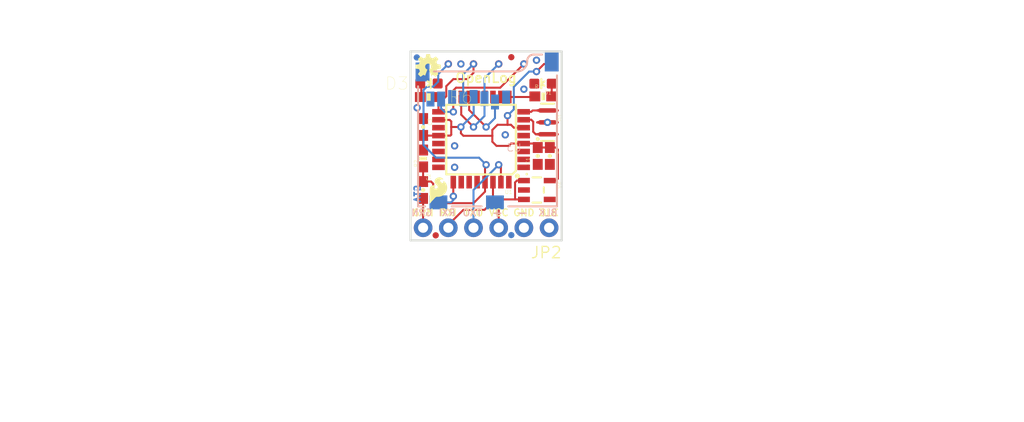
<source format=kicad_pcb>
(kicad_pcb (version 20211014) (generator pcbnew)
  (layers (0 "F.Cu" signal) (31 "B.Cu" signal) (34 "B.Paste" user) (35 "F.Paste" user) (36 "B.SilkS" user "B.Silkscreen") (37 "F.SilkS" user "F.Silkscreen") (38 "B.Mask" user) (39 "F.Mask" user) (44 "Edge.Cuts" user))
  (net 0 "")
  (net 1 "GND")
  (net 2 "SCK")
  (net 3 "MISO")
  (net 4 "MOSI")
  (net 5 "N$7")
  (net 6 "TXO")
  (net 7 "RAW")
  (net 8 "N$1")
  (net 9 "N$2")
  (net 10 "DTR")
  (net 11 "RXI")
  (net 12 "RST")
  (net 13 "N$3")
  (net 14 "CS")
  (net 15 "N$4")
  (net 16 "CD")
  (net 17 "3.3V")
  (footprint "boardEagle:0603-RES" (layer "F.Cu") (at 142.1511 106.2736 90)
    (fp_text reference "R2" (at -0.889 -0.6985 90) (layer "F.SilkS") (effects (font (size 0.376489 0.376489) (thickness 0.029911)) (justify left)))
    (fp_text value "10K")
    (fp_poly (pts (xy -0.1905 0.381) (xy 0.1905 0.381) (xy 0.1905 -0.381) (xy -0.1905 -0.381)) (layer "F.SilkS") (width 0) (fill solid))
    (pad "1" smd rect (at -0.85 0 90) (size 1.1 1) (layers "F.Cu" "F.Paste" "F.Mask") (net 12 "RST"))
    (pad "2" smd rect (at 0.85 0 90) (size 1.1 1) (layers "F.Cu" "F.Paste" "F.Mask") (net 17 "3.3V"))
  )
  (footprint "boardEagle:0603-CAP" (layer "F.Cu") (at 142.1511 103.0986 -90)
    (fp_text reference "C3" (at -0.889 -0.6985 90) (layer "F.SilkS") (effects (font (size 0.376489 0.376489) (thickness 0.029911)) (justify right)))
    (fp_text value "0.1uF")
    (fp_line (start 0 -0.02794) (end 0 0.02794) (layer "F.SilkS") (width 0.381))
    (pad "1" smd rect (at -0.85 0 270) (size 1.1 1) (layers "F.Cu" "F.Paste" "F.Mask") (net 1 "GND"))
    (pad "2" smd rect (at 0.85 0 270) (size 1.1 1) (layers "F.Cu" "F.Paste" "F.Mask") (net 17 "3.3V"))
  )
  (footprint "boardEagle:TQFP32-08" (layer "F.Cu") (at 147.9931 104.3686 180)
    (fp_text reference "U1" (at -3.175 -5.08 180) (layer "F.SilkS") (effects (font (size 0.373888 0.373888) (thickness 0.032512)) (justify right top)))
    (fp_text value "ATMEGA328P_TQFP")
    (fp_line (start -3.505 3.505) (end -3.505 -3.15) (layer "F.SilkS") (width 0.2032))
    (fp_line (start -3.15 -3.505) (end 3.505 -3.505) (layer "F.SilkS") (width 0.2032))
    (fp_line (start 3.505 -3.505) (end 3.505 3.505) (layer "F.SilkS") (width 0.2032))
    (fp_line (start -3.15 -3.505) (end -3.505 -3.15) (layer "F.SilkS") (width 0.2032))
    (fp_line (start 3.505 3.505) (end -3.505 3.505) (layer "F.SilkS") (width 0.2032))
    (fp_circle (center -3.6576 -3.683) (end -3.5052 -3.683) (layer "F.SilkS") (width 0.2032) (fill none))
    (pad "1" smd rect (at -4.2926 -2.8 180) (size 1.27 0.5588) (layers "F.Cu" "F.Paste" "F.Mask"))
    (pad "2" smd rect (at -4.2926 -2 180) (size 1.27 0.5588) (layers "F.Cu" "F.Paste" "F.Mask"))
    (pad "3" smd rect (at -4.2926 -1.2 180) (size 1.27 0.5588) (layers "F.Cu" "F.Paste" "F.Mask") (net 1 "GND"))
    (pad "4" smd rect (at -4.2926 -0.4 180) (size 1.27 0.5588) (layers "F.Cu" "F.Paste" "F.Mask") (net 17 "3.3V"))
    (pad "5" smd rect (at -4.2926 0.4 180) (size 1.27 0.5588) (layers "F.Cu" "F.Paste" "F.Mask") (net 1 "GND"))
    (pad "6" smd rect (at -4.2926 1.2 180) (size 1.27 0.5588) (layers "F.Cu" "F.Paste" "F.Mask") (net 17 "3.3V"))
    (pad "7" smd rect (at -4.2926 2 180) (size 1.27 0.5588) (layers "F.Cu" "F.Paste" "F.Mask") (net 9 "N$2"))
    (pad "8" smd rect (at -4.2926 2.8 180) (size 1.27 0.5588) (layers "F.Cu" "F.Paste" "F.Mask") (net 8 "N$1"))
    (pad "9" smd rect (at -2.8 4.2926 180) (size 0.5588 1.27) (layers "F.Cu" "F.Paste" "F.Mask") (net 15 "N$4"))
    (pad "10" smd rect (at -2 4.2926 180) (size 0.5588 1.27) (layers "F.Cu" "F.Paste" "F.Mask"))
    (pad "11" smd rect (at -1.2 4.2926 180) (size 0.5588 1.27) (layers "F.Cu" "F.Paste" "F.Mask"))
    (pad "12" smd rect (at -0.4 4.2926 180) (size 0.5588 1.27) (layers "F.Cu" "F.Paste" "F.Mask"))
    (pad "13" smd rect (at 0.4 4.2926 180) (size 0.5588 1.27) (layers "F.Cu" "F.Paste" "F.Mask"))
    (pad "14" smd rect (at 1.2 4.2926 180) (size 0.5588 1.27) (layers "F.Cu" "F.Paste" "F.Mask") (net 14 "CS"))
    (pad "15" smd rect (at 2 4.2926 180) (size 0.5588 1.27) (layers "F.Cu" "F.Paste" "F.Mask") (net 4 "MOSI"))
    (pad "16" smd rect (at 2.8 4.2926 180) (size 0.5588 1.27) (layers "F.Cu" "F.Paste" "F.Mask") (net 3 "MISO"))
    (pad "17" smd rect (at 4.2926 2.8 180) (size 1.27 0.5588) (layers "F.Cu" "F.Paste" "F.Mask") (net 2 "SCK"))
    (pad "18" smd rect (at 4.2926 2 180) (size 1.27 0.5588) (layers "F.Cu" "F.Paste" "F.Mask") (net 17 "3.3V"))
    (pad "19" smd rect (at 4.2926 1.2 180) (size 1.27 0.5588) (layers "F.Cu" "F.Paste" "F.Mask"))
    (pad "20" smd rect (at 4.2926 0.4 180) (size 1.27 0.5588) (layers "F.Cu" "F.Paste" "F.Mask") (net 17 "3.3V"))
    (pad "21" smd rect (at 4.2926 -0.4 180) (size 1.27 0.5588) (layers "F.Cu" "F.Paste" "F.Mask") (net 1 "GND"))
    (pad "22" smd rect (at 4.2926 -1.2 180) (size 1.27 0.5588) (layers "F.Cu" "F.Paste" "F.Mask"))
    (pad "23" smd rect (at 4.2926 -2 180) (size 1.27 0.5588) (layers "F.Cu" "F.Paste" "F.Mask"))
    (pad "24" smd rect (at 4.2926 -2.8 180) (size 1.27 0.5588) (layers "F.Cu" "F.Paste" "F.Mask"))
    (pad "25" smd rect (at 2.8 -4.2926 180) (size 0.5588 1.27) (layers "F.Cu" "F.Paste" "F.Mask") (net 16 "CD"))
    (pad "26" smd rect (at 2 -4.2926 180) (size 0.5588 1.27) (layers "F.Cu" "F.Paste" "F.Mask"))
    (pad "27" smd rect (at 1.2 -4.2926 180) (size 0.5588 1.27) (layers "F.Cu" "F.Paste" "F.Mask"))
    (pad "28" smd rect (at 0.4 -4.2926 180) (size 0.5588 1.27) (layers "F.Cu" "F.Paste" "F.Mask"))
    (pad "29" smd rect (at -0.4 -4.2926 180) (size 0.5588 1.27) (layers "F.Cu" "F.Paste" "F.Mask") (net 12 "RST"))
    (pad "30" smd rect (at -1.2 -4.2926 180) (size 0.5588 1.27) (layers "F.Cu" "F.Paste" "F.Mask") (net 11 "RXI"))
    (pad "31" smd rect (at -2 -4.2926 180) (size 0.5588 1.27) (layers "F.Cu" "F.Paste" "F.Mask") (net 6 "TXO"))
    (pad "32" smd rect (at -2.8 -4.2926 180) (size 0.5588 1.27) (layers "F.Cu" "F.Paste" "F.Mask"))
  )
  (footprint "boardEagle:PAD.03X.03" (layer "F.Cu") (at 152.3111 96.7486 -90)
    (fp_text reference "TP2" hide)
    (fp_text value "TEST-POINT3" hide)
    (pad "P$1" smd roundrect (at 0 0 270) (size 0.762 0.762) (layers "F.Cu" "F.Mask") (roundrect_rratio 0.5) (net 3 "MISO"))
  )
  (footprint "boardEagle:SOT23-5" (layer "F.Cu") (at 153.614121 109.451141 -90)
    (fp_text reference "U2" (at -0.889 -2.159 90) (layer "F.SilkS") (effects (font (size 0.376489 0.376489) (thickness 0.029911)) (justify right)))
    (fp_text value "3.3V MIC5205")
    (fp_line (start -0.2684 -0.7088) (end 0.2684 -0.7088) (layer "F.SilkS") (width 0.2032))
    (fp_line (start 1.27 -0.4294) (end 1.27 0.4294) (layer "F.SilkS") (width 0.2032))
    (fp_line (start -1.27 0.4294) (end -1.27 -0.4294) (layer "F.SilkS") (width 0.2032))
    (fp_circle (center -1.6002 1.016) (end -1.5367 1.016) (layer "F.SilkS") (width 0.127) (fill solid))
    (pad "1" smd rect (at -0.95 1.3001 270) (size 0.55 1.2) (layers "F.Cu" "F.Paste" "F.Mask") (net 7 "RAW"))
    (pad "2" smd rect (at 0 1.3001 270) (size 0.55 1.2) (layers "F.Cu" "F.Paste" "F.Mask") (net 1 "GND"))
    (pad "3" smd rect (at 0.95 1.3001 270) (size 0.55 1.2) (layers "F.Cu" "F.Paste" "F.Mask") (net 7 "RAW"))
    (pad "4" smd rect (at 0.95 -1.3001 270) (size 0.55 1.2) (layers "F.Cu" "F.Paste" "F.Mask"))
    (pad "5" smd rect (at -0.95 -1.3001 270) (size 0.55 1.2) (layers "F.Cu" "F.Paste" "F.Mask") (net 17 "3.3V"))
  )
  (footprint "boardEagle:0603-POL" (layer "F.Cu") (at 153.7081 106.0196 90)
    (fp_text reference "C1" (at -0.889 -0.762 90) (layer "F.SilkS") (effects (font (size 0.373888 0.373888) (thickness 0.032512)) (justify left bottom)))
    (fp_text value "10uF")
    (fp_line (start 0 -0.02794) (end 0 0.02794) (layer "F.SilkS") (width 0.381))
    (fp_circle (center 1.7 0) (end 1.75 0) (layer "F.SilkS") (width 0.15) (fill none))
    (pad "A" smd rect (at 0.85 0 90) (size 1.1 1) (layers "F.Cu" "F.Paste" "F.Mask") (net 17 "3.3V"))
    (pad "K" smd rect (at -0.85 0 90) (size 1.1 1) (layers "F.Cu" "F.Paste" "F.Mask") (net 1 "GND"))
  )
  (footprint "boardEagle:0603-CAP" (layer "F.Cu") (at 154.9273 106.0196 -90)
    (fp_text reference "C4" (at -0.889 -0.6985 90) (layer "F.SilkS") (effects (font (size 0.376489 0.376489) (thickness 0.029911)) (justify right)))
    (fp_text value "0.1uF")
    (fp_line (start 0 -0.02794) (end 0 0.02794) (layer "F.SilkS") (width 0.381))
    (pad "1" smd rect (at -0.85 0 270) (size 1.1 1) (layers "F.Cu" "F.Paste" "F.Mask") (net 17 "3.3V"))
    (pad "2" smd rect (at 0.85 0 270) (size 1.1 1) (layers "F.Cu" "F.Paste" "F.Mask") (net 1 "GND"))
  )
  (footprint "boardEagle:0603-RES" (layer "F.Cu") (at 142.72514 100.078538 180)
    (fp_text reference "R6" (at -2 0) (layer "F.SilkS") (effects (font (size 1.240089 1.240089) (thickness 0.029911)) (justify left)))
    (fp_text value "330")
    (fp_poly (pts (xy -0.1905 0.381) (xy 0.1905 0.381) (xy 0.1905 -0.381) (xy -0.1905 -0.381)) (layer "F.SilkS") (width 0) (fill solid))
    (pad "1" smd rect (at -0.85 0 180) (size 1.1 1) (layers "F.Cu" "F.Paste" "F.Mask") (net 2 "SCK"))
    (pad "2" smd rect (at 0.85 0 180) (size 1.1 1) (layers "F.Cu" "F.Paste" "F.Mask") (net 5 "N$7"))
  )
  (footprint "boardEagle:MICRO-FIDUCIAL" (layer "F.Cu") (at 151.0411 96.0628)
    (fp_text reference "FID1" hide)
    (fp_text value "FIDUCIALUFIDUCIAL" hide)
    (pad "1" smd roundrect (at 0 0) (size 0.635 0.635) (layers "F.Cu" "F.Mask") (roundrect_rratio 0.5))
  )
  (footprint "boardEagle:0603-RES" (layer "F.Cu") (at 154.264356 100.015047)
    (fp_text reference "R1" (at -0.889 -0.762) (layer "F.SilkS") (effects (font (size 0.373888 0.373888) (thickness 0.032512)) (justify left bottom)))
    (fp_text value "1K")
    (fp_poly (pts (xy -0.1905 0.381) (xy 0.1905 0.381) (xy 0.1905 -0.381) (xy -0.1905 -0.381)) (layer "F.SilkS") (width 0) (fill solid))
    (pad "1" smd rect (at -0.85 0) (size 1.1 1) (layers "F.Cu" "F.Paste" "F.Mask") (net 15 "N$4"))
    (pad "2" smd rect (at 0.85 0) (size 1.1 1) (layers "F.Cu" "F.Paste" "F.Mask") (net 13 "N$3"))
  )
  (footprint "boardEagle:1X06_NO_SILK" (layer "F.Cu") (at 154.8511 113.2586 180)
    (fp_text reference "JP2" (at -1.3462 -1.8288 180) (layer "F.SilkS") (effects (font (size 1.143 1.143) (thickness 0.127)) (justify right top)))
    (fp_text value "")
    (pad "1" thru_hole circle (at 0 0 270) (size 1.8796 1.8796) (drill 1.016) (layers *.Cu *.Mask) (net 1 "GND"))
    (pad "2" thru_hole circle (at 2.54 0 270) (size 1.8796 1.8796) (drill 1.016) (layers *.Cu *.Mask) (net 1 "GND"))
    (pad "3" thru_hole circle (at 5.08 0 270) (size 1.8796 1.8796) (drill 1.016) (layers *.Cu *.Mask) (net 7 "RAW"))
    (pad "4" thru_hole circle (at 7.62 0 270) (size 1.8796 1.8796) (drill 1.016) (layers *.Cu *.Mask) (net 6 "TXO"))
    (pad "5" thru_hole circle (at 10.16 0 270) (size 1.8796 1.8796) (drill 1.016) (layers *.Cu *.Mask) (net 11 "RXI"))
    (pad "6" thru_hole circle (at 12.7 0 270) (size 1.8796 1.8796) (drill 1.016) (layers *.Cu *.Mask) (net 10 "DTR"))
  )
  (footprint "boardEagle:LED-0603" (layer "F.Cu") (at 142.742918 98.71456 -90)
    (fp_text reference "D3" (at 0 1.999999) (layer "F.SilkS") (effects (font (size 1.240089 1.240089) (thickness 0.029911)) (justify right)))
    (fp_text value "GREEN")
    (fp_line (start -0.0254 -0.1546) (end -0.2184 0.14) (layer "F.SilkS") (width 0.2032))
    (fp_line (start -0.46 -0.17) (end 0 -0.17) (layer "F.SilkS") (width 0.2032))
    (fp_line (start 0 -0.17) (end 0.2338 0.14) (layer "F.SilkS") (width 0.2032))
    (fp_line (start 0.46 -0.17) (end 0 -0.17) (layer "F.SilkS") (width 0.2032))
    (pad "A" smd roundrect (at 0 0.877 270) (size 1 1) (layers "F.Cu" "F.Paste" "F.Mask") (roundrect_rratio 0.15) (net 5 "N$7"))
    (pad "C" smd roundrect (at 0 -0.877 270) (size 1 1) (layers "F.Cu" "F.Paste" "F.Mask") (roundrect_rratio 0.15) (net 1 "GND"))
  )
  (footprint "boardEagle:PAD.03X.03" (layer "F.Cu") (at 147.2311 96.7486 -90)
    (fp_text reference "TP4" hide)
    (fp_text value "TEST-POINT3" hide)
    (pad "P$1" smd roundrect (at 0 0 270) (size 0.762 0.762) (layers "F.Cu" "F.Mask") (roundrect_rratio 0.5) (net 2 "SCK"))
  )
  (footprint "boardEagle:CREATIVE_COMMONS" (layer "F.Cu") (at 119.818979 129.7686)
    (fp_text reference "FRAME1" hide)
    (fp_text value "FRAME-LETTER" hide)
  )
  (footprint "boardEagle:PAD.03X.03" (layer "F.Cu") (at 144.6911 96.7486 -90)
    (fp_text reference "TP5" hide)
    (fp_text value "TEST-POINT3" hide)
    (pad "P$1" smd roundrect (at 0 0 270) (size 0.762 0.762) (layers "F.Cu" "F.Mask") (roundrect_rratio 0.5) (net 12 "RST"))
  )
  (footprint "boardEagle:0603-CAP" (layer "F.Cu") (at 142.1511 109.4486 -90)
    (fp_text reference "C2" (at -0.889 -0.762 -90) (layer "F.SilkS") (effects (font (size 0.373888 0.373888) (thickness 0.032512)) (justify left bottom)))
    (fp_text value "0.1uF")
    (fp_line (start 0 -0.02794) (end 0 0.02794) (layer "F.SilkS") (width 0.381))
    (pad "1" smd rect (at -0.85 0 270) (size 1.1 1) (layers "F.Cu" "F.Paste" "F.Mask") (net 12 "RST"))
    (pad "2" smd rect (at 0.85 0 270) (size 1.1 1) (layers "F.Cu" "F.Paste" "F.Mask") (net 10 "DTR"))
  )
  (footprint "boardEagle:LED-0603" (layer "F.Cu") (at 154.241496 98.7298 90)
    (fp_text reference "D1" (at -0.6985 0.889 180) (layer "F.SilkS") (effects (font (size 0.373888 0.373888) (thickness 0.032512)) (justify right top)))
    (fp_text value "BLUE")
    (fp_line (start 0 -0.17) (end 0.2338 0.14) (layer "F.SilkS") (width 0.2032))
    (fp_line (start -0.0254 -0.1546) (end -0.2184 0.14) (layer "F.SilkS") (width 0.2032))
    (fp_line (start -0.46 -0.17) (end 0 -0.17) (layer "F.SilkS") (width 0.2032))
    (fp_line (start 0.46 -0.17) (end 0 -0.17) (layer "F.SilkS") (width 0.2032))
    (pad "A" smd roundrect (at 0 0.877 90) (size 1 1) (layers "F.Cu" "F.Paste" "F.Mask") (roundrect_rratio 0.15) (net 13 "N$3"))
    (pad "C" smd roundrect (at 0 -0.877 90) (size 1 1) (layers "F.Cu" "F.Paste" "F.Mask") (roundrect_rratio 0.15) (net 1 "GND"))
  )
  (footprint "boardEagle:RESONATOR-SMD" (layer "F.Cu") (at 154.68854 102.633782 -90)
    (fp_text reference "Q1" (at -0.8891 -1.27 90) (layer "F.SilkS") (effects (font (size 0.376489 0.376489) (thickness 0.029911)) (justify right)))
    (fp_text value "16MHZ")
    (fp_line (start 0 0) (end 0 1.016) (layer "F.Cu") (width 0.254))
    (fp_line (start -1.2 0) (end -1.2 -1.016) (layer "F.Cu") (width 0.254))
    (fp_line (start 0 0) (end 0 -1.016) (layer "F.Cu") (width 0.254))
    (fp_line (start -1.2 1.016) (end -1.2 0) (layer "F.Cu") (width 0.254))
    (fp_line (start 1.2 0) (end 1.2 -1.016) (layer "F.Cu") (width 0.254))
    (fp_line (start 1.2 0) (end 1.2 1.016) (layer "F.Cu") (width 0.254))
    (fp_line (start -1.87874 0.63984) (end -1.87874 -0.660159) (layer "F.SilkS") (width 0.2032))
    (fp_line (start 1.871118 -0.660159) (end 1.871118 0.63984) (layer "F.SilkS") (width 0.2032))
    (pad "1" smd roundrect (at -1.2 0 270) (size 0.45 1.905) (layers "F.Cu" "F.Paste" "F.Mask") (roundrect_rratio 0.5) (net 8 "N$1"))
    (pad "2" smd roundrect (at 0 0 270) (size 0.45 1.905) (layers "F.Cu" "F.Paste" "F.Mask") (roundrect_rratio 0.5) (net 1 "GND"))
    (pad "3" smd roundrect (at 1.2 0 270) (size 0.45 1.905) (layers "F.Cu" "F.Paste" "F.Mask") (roundrect_rratio 0.5) (net 9 "N$2"))
  )
  (footprint "boardEagle:MICRO-FIDUCIAL" (layer "F.Cu") (at 143.4211 114.0206)
    (fp_text reference "FID2" hide)
    (fp_text value "FIDUCIALUFIDUCIAL" hide)
    (pad "1" smd roundrect (at 0 0) (size 0.635 0.635) (layers "F.Cu" "F.Mask") (roundrect_rratio 0.5))
  )
  (footprint "boardEagle:PAD.03X.03" (layer "F.Cu") (at 154.8511 96.7486)
    (fp_text reference "TP1" hide)
    (fp_text value "TEST-POINT3" hide)
    (pad "P$1" smd roundrect (at 0 0) (size 0.762 0.762) (layers "F.Cu" "F.Mask") (roundrect_rratio 0.5) (net 17 "3.3V"))
  )
  (footprint "boardEagle:PAD.03X.03" (layer "F.Cu") (at 149.7711 96.7486 -90)
    (fp_text reference "TP3" hide)
    (fp_text value "TEST-POINT3" hide)
    (pad "P$1" smd roundrect (at 0 0 270) (size 0.762 0.762) (layers "F.Cu" "F.Mask") (roundrect_rratio 0.5) (net 4 "MOSI"))
  )
  (footprint "boardEagle:SFE_LOGO_FLAME_.1" (layer "F.Cu") (at 142.5321 111.0996)
    (fp_text reference "LOGO1" hide)
    (fp_text value "SFE_LOGO_FLAME.1_INCH" hide)
    (fp_poly (pts (xy 1.412844 -2.906175) (xy 1.560112 -2.832541) (xy 1.605026 -2.798855) (xy 1.681982 -2.7219) (xy 1.571006 -2.7219) (xy 1.551005 -2.7319) (xy 1.504689 -2.7319) (xy 1.468361 -2.722818) (xy 1.422477 -2.713641) (xy 1.39011 -2.697457) (xy 1.358081 -2.673436) (xy 1.343019 -2.650843) (xy 1.335288 -2.635381) (xy 1.3281 -2.613817) (xy 1.3281 -2.564689) (xy 1.335361 -2.535643) (xy 1.369607 -2.484275) (xy 1.425028 -2.428854) (xy 1.462016 -2.401113) (xy 1.489157 -2.383019) (xy 1.523301 -2.365947) (xy 1.594689 -2.3481) (xy 1.613817 -2.3481) (xy 1.629419 -2.353301) (xy 1.648687 -2.372569) (xy 1.654712 -2.384619) (xy 1.6619 -2.406183) (xy 1.6619 -2.558742) (xy 1.804838 -2.469406) (xy 1.890505 -2.373031) (xy 1.964662 -2.256498) (xy 2.016968 -2.099579) (xy 2.048309 -1.932428) (xy 2.037811 -1.753974) (xy 1.985628 -1.555678) (xy 1.881878 -1.368928) (xy 1.808618 -1.274737) (xy 1.726044 -1.192162) (xy 1.642524 -1.119083) (xy 1.536984 -1.055759) (xy 1.432127 -1.013816) (xy 1.318165 -0.982735) (xy 1.193153 -0.9619) (xy 1.003156 -0.9619) (xy 0.953397 -0.953607) (xy 0.863627 -0.899745) (xy 0.767974 -0.804092) (xy 0.647975 -0.664094) (xy 0.528159 -0.544277) (xy 0.478163 -0.484281) (xy 0.430255 -0.436373) (xy 0.400257 -0.386376) (xy 0.2819 -0.268018) (xy 0.2819 -1.732372) (xy 0.292559 -1.817641) (xy 0.314746 -1.895296) (xy 0.380852 -2.005474) (xy 0.436664 -2.050123) (xy 0.481171 -2.083503) (xy 0.539098 -2.106674) (xy 0.59313 -2.117481) (xy 0.656847 -2.1281) (xy 0.788994 -2.1281) (xy 0.884319 -2.080438) (xy 0.832569 -2.028687) (xy 0.784617 -2.004711) (xy 0.760581 -1.996699) (xy 0.713301 -1.949419) (xy 0.7081 -1.933817) (xy 0.7081 -1.906183) (xy 0.714532 -1.886888) (xy 0.729607 -1.864275) (xy 0.781412 -1.81247) (xy 0.820903 -1.796674) (xy 0.863772 -1.7881) (xy 0.935311 -1.7881) (xy 1.004357 -1.805361) (xy 1.053944 -1.83842) (xy 1.086004 -1.878495) (xy 1.1019 -1.926183) (xy 1.1019 -1.983091) (xy 1.077224 -2.048894) (xy 1.012268 -2.113851) (xy 0.931425 -2.204799) (xy 0.858661 -2.287958) (xy 0.804008 -2.386334) (xy 0.7819 -2.485818) (xy 0.7819 -2.576183) (xy 0.815289 -2.676349) (xy 0.871274 -2.765925) (xy 0.969046 -2.84197) (xy 1.087145 -2.906387) (xy 1.206565 -2.9281) (xy 1.314182 -2.9281)) (layer "F.SilkS") (width 0) (fill solid))
  )
  (footprint "boardEagle:OSHW-LOGO-MINI" (layer "F.Cu") (at 142.6591 97.0026)
    (fp_text reference "LOGO2" hide)
    (fp_text value "OSHW-LOGOMINI" hide)
    (fp_poly (pts (xy 0.248928 -0.903689) (xy 0.26557 -0.895368) (xy 0.275571 -0.895368) (xy 0.29557 -0.885368) (xy 0.305571 -0.885368) (xy 0.32557 -0.875368) (xy 0.35234 -0.875368) (xy 0.36911 -0.858598) (xy 0.37557 -0.855368) (xy 0.385571 -0.855368) (xy 0.41911 -0.838598) (xy 0.42911 -0.828598) (xy 0.43557 -0.825368) (xy 0.445571 -0.825368) (xy 0.467713 -0.814296) (xy 0.760503 -1.01622) (xy 1.036814 -0.751922) (xy 0.823853 -0.457832) (xy 0.82783 -0.449878) (xy 0.8446 -0.433108) (xy 0.8446 -0.413108) (xy 0.84783 -0.409878) (xy 0.85783 -0.389878) (xy 0.8746 -0.373108) (xy 0.8746 -0.353108) (xy 0.8846 -0.343108) (xy 0.8846 -0.316338) (xy 0.88783 -0.309878) (xy 0.9046 -0.293108) (xy 0.9046 -0.273108) (xy 0.9146 -0.263108) (xy 0.9146 -0.239559) (xy 1.2746 -0.179559) (xy 1.2746 0.204671) (xy 0.9146 0.266386) (xy 0.9146 0.271602) (xy 0.9046 0.291601) (xy 0.9046 0.301602) (xy 0.8946 0.321601) (xy 0.8946 0.331602) (xy 0.8746 0.371601) (xy 0.8746 0.381602) (xy 0.85783 0.415141) (xy 0.84783 0.425141) (xy 0.8446 0.431601) (xy 0.8446 0.441602) (xy 0.82783 0.475141) (xy 0.822489 0.480482) (xy 1.036774 0.766197) (xy 0.761086 1.041885) (xy 0.465167 0.837804) (xy 0.45234 0.850631) (xy 0.44234 0.850631) (xy 0.43234 0.860631) (xy 0.41234 0.860631) (xy 0.40234 0.870631) (xy 0.39234 0.870631) (xy 0.38234 0.880631) (xy 0.37234 0.880631) (xy 0.3646 0.888371) (xy 0.3646 1.074642) (xy 0.079132 0.303879) (xy 0.16409 0.261401) (xy 0.18409 0.241401) (xy 0.20409 0.231401) (xy 0.23537 0.200121) (xy 0.24537 0.180121) (xy 0.26537 0.160121) (xy 0.271403 0.148055) (xy 0.281404 0.118052) (xy 0.2886 0.103661) (xy 0.2886 0.086464) (xy 0.2986 0.056464) (xy 0.2986 -0.021201) (xy 0.2886 -0.051201) (xy 0.2886 -0.075862) (xy 0.272159 -0.100524) (xy 0.262159 -0.130523) (xy 0.227068 -0.18316) (xy 0.192392 -0.217836) (xy 0.139755 -0.252927) (xy 0.109756 -0.262927) (xy 0.085094 -0.279368) (xy 0.060433 -0.279368) (xy 0.030433 -0.289368) (xy -0.028724 -0.289368) (xy -0.068722 -0.279368) (xy -0.091894 -0.279368) (xy -0.116556 -0.262927) (xy -0.146555 -0.252927) (xy -0.169192 -0.237836) (xy -0.189191 -0.217837) (xy -0.219192 -0.197836) (xy -0.233868 -0.18316) (xy -0.268959 -0.130523) (xy -0.3054 -0.021201) (xy -0.3054 0.026464) (xy -0.2954 0.056464) (xy -0.2954 0.083661) (xy -0.278204 0.118052) (xy -0.268203 0.148055) (xy -0.25217 0.180121) (xy -0.23217 0.200121) (xy -0.22217 0.220121) (xy -0.21089 0.231401) (xy -0.19089 0.241401) (xy -0.17089 0.261401) (xy -0.138824 0.277434) (xy -0.074125 0.299) (xy -0.308354 0.931417) (xy -0.34914 0.890631) (xy -0.36914 0.890631) (xy -0.37914 0.880631) (xy -0.38914 0.880631) (xy -0.39914 0.870631) (xy -0.40914 0.870631) (xy -0.41914 0.860631) (xy -0.42914 0.860631) (xy -0.43914 0.850631) (xy -0.44914 0.850631) (xy -0.45914 0.840631) (xy -0.46914 0.840631) (xy -0.471967 0.837804) (xy -0.76848 1.042295) (xy -1.032615 0.766154) (xy -0.82762 0.479161) (xy -0.8314 0.471602) (xy -0.8314 0.461601) (xy -0.83463 0.455141) (xy -0.84463 0.445141) (xy -0.85463 0.425141) (xy -0.8714 0.408371) (xy -0.8714 0.388371) (xy -0.8814 0.378371) (xy -0.8814 0.351601) (xy -0.88463 0.345141) (xy -0.9014 0.328371) (xy -0.9014 0.308371) (xy -0.9114 0.298371) (xy -0.9114 0.271601) (xy -0.914252 0.265897) (xy -1.2714 0.204671) (xy -1.2714 -0.179408) (xy -0.919721 -0.239696) (xy -0.9114 -0.256338) (xy -0.9114 -0.266339) (xy -0.9014 -0.286338) (xy -0.9014 -0.296339) (xy -0.8814 -0.336338) (xy -0.8814 -0.346339) (xy -0.86463 -0.379878) (xy -0.8614 -0.383108) (xy -0.8614 -0.403108) (xy -0.84463 -0.419878) (xy -0.83463 -0.439878) (xy -0.8314 -0.443108) (xy -0.8314 -0.460035) (xy -1.032654 -0.751854) (xy -0.767886 -1.016622) (xy -0.471967 -0.812541) (xy -0.45914 -0.825368) (xy -0.43914 -0.825368) (xy -0.43591 -0.828598) (xy -0.41591 -0.838598) (xy -0.39914 -0.855368) (xy -0.37914 -0.855368) (xy -0.37591 -0.858598) (xy -0.342371 -0.875368) (xy -0.33237 -0.875368) (xy -0.312371 -0.885368) (xy -0.29914 -0.885368) (xy -0.28914 -0.895368) (xy -0.26237 -0.895368) (xy -0.256666 -0.89822) (xy -0.19544 -1.255368) (xy 0.18864 -1.255368)) (layer "F.SilkS") (width 0) (fill solid))
  )
  (footprint "boardEagle:MICROSD_1_1" (layer "B.Cu") (at 155.6131 111.0996 180)
    (fp_text reference "U3" (at 5.08 6.35) (layer "B.SilkS") (effects (font (size 0.747776 0.747776) (thickness 0.065024)) (justify right top mirror)))
    (fp_text value "microSD Socket")
    (fp_line (start 13.97 12.1) (end 13.97 0) (layer "B.SilkS") (width 0.2032))
    (fp_line (start 10.57 0) (end 7.57 0) (layer "B.SilkS") (width 0.2032))
    (fp_line (start -0.03 0) (end 4.87 0) (layer "B.SilkS") (width 0.2032))
    (fp_line (start -0.03 0) (end -0.03 13.2) (layer "B.SilkS") (width 0.2032))
    (fp_line (start 2.27 15.3) (end 1.47 15.3) (layer "B.SilkS") (width 0.2032))
    (fp_line (start 3.97 13.6) (end 12.37 13.6) (layer "B.SilkS") (width 0.2032))
    (fp_line (start 13.97 0) (end 13.27 0) (layer "B.SilkS") (width 0.2032))
    (fp_arc (start 2.97 14.6) (mid 3.269999 13.9) (end 3.969998 13.6) (layer "B.SilkS") (width 0.2032))
    (fp_arc (start 2.97 14.6) (mid 2.780977 15.110977) (end 2.27 15.3) (layer "B.SilkS") (width 0.2032))
    (pad "1" smd rect (at 5.095784 10.919203 180) (size 0.8 1.5) (layers "B.Cu" "B.Paste" "B.Mask"))
    (pad "2" smd rect (at 6.217631 10.519456 180) (size 0.8 1.5) (layers "B.Cu" "B.Paste" "B.Mask") (net 14 "CS"))
    (pad "3" smd rect (at 7.273687 10.853415 180) (size 0.8 1.5) (layers "B.Cu" "B.Paste" "B.Mask") (net 4 "MOSI"))
    (pad "4" smd rect (at 8.366575 10.982296 180) (size 0.8 1.5) (layers "B.Cu" "B.Paste" "B.Mask") (net 17 "3.3V"))
    (pad "5" smd rect (at 9.420856 10.828015 180) (size 0.8 1.5) (layers "B.Cu" "B.Paste" "B.Mask") (net 2 "SCK"))
    (pad "6" smd rect (at 10.539143 10.973153 180) (size 0.8 1.5) (layers "B.Cu" "B.Paste" "B.Mask") (net 1 "GND"))
    (pad "7" smd rect (at 11.648287 10.818871 180) (size 0.8 1.5) (layers "B.Cu" "B.Paste" "B.Mask") (net 3 "MISO"))
    (pad "8" smd rect (at 12.720856 10.818871 180) (size 0.8 1.5) (layers "B.Cu" "B.Paste" "B.Mask"))
    (pad "CD1" smd rect (at 11.92 0.4 180) (size 1.8 1.4) (layers "B.Cu" "B.Paste" "B.Mask") (net 16 "CD"))
    (pad "CD2" smd rect (at 6.22 0.4 180) (size 1.8 1.4) (layers "B.Cu" "B.Paste" "B.Mask"))
    (pad "GND1" smd rect (at 0.497 14.55 180) (size 1.4 1.9) (layers "B.Cu" "B.Paste" "B.Mask") (net 1 "GND"))
    (pad "GND3" smd rect (at 13.52 13.55 180) (size 1.4 1.9) (layers "B.Cu" "B.Paste" "B.Mask") (net 1 "GND"))
  )
  (footprint "boardEagle:MICRO-FIDUCIAL" (layer "B.Cu") (at 151.0411 113.9952 180)
    (fp_text reference "FID3" hide)
    (fp_text value "FIDUCIALUFIDUCIAL" hide)
    (pad "1" smd roundrect (at 0 0 180) (size 0.635 0.635) (layers "B.Cu" "B.Mask") (roundrect_rratio 0.5))
  )
  (footprint "boardEagle:MICRO-FIDUCIAL" (layer "B.Cu") (at 141.5161 96.0882 180)
    (fp_text reference "FID4" hide)
    (fp_text value "FIDUCIALUFIDUCIAL" hide)
    (pad "1" smd roundrect (at 0 0 180) (size 0.635 0.635) (layers "B.Cu" "B.Mask") (roundrect_rratio 0.5))
  )
  (gr_line (start 140.8811 95.4786) (end 140.8811 114.5286) (layer "Edge.Cuts") (width 0.2032))
  (gr_line (start 156.1211 114.5286) (end 156.1211 95.4786) (layer "Edge.Cuts") (width 0.2032))
  (gr_line (start 156.1211 95.4786) (end 140.8811 95.4786) (layer "Edge.Cuts") (width 0.2032))
  (gr_line (start 140.8811 114.5286) (end 156.1211 114.5286) (layer "Edge.Cuts") (width 0.2032))
  (gr_text "V15" (at 141.5161 109.8296 -90) (layer "B.Cu") (effects (font (size 0.6096 0.6096) (thickness 0.2032)) (justify mirror)))
  (gr_text "BLK" (at 154.7241 111.7346) (layer "B.SilkS") (effects (font (size 0.69088 0.69088) (thickness 0.12192)) (justify mirror)))
  (gr_text "GRN" (at 142.0241 111.7346) (layer "B.SilkS") (effects (font (size 0.69088 0.69088) (thickness 0.12192)) (justify mirror)))
  (gr_text "-" (at 152.1841 111.7346) (layer "B.SilkS") (effects (font (size 0.8636 0.8636) (thickness 0.1524)) (justify mirror)))
  (gr_text "+" (at 149.6441 111.7346) (layer "B.SilkS") (effects (font (size 0.8636 0.8636) (thickness 0.1524)) (justify mirror)))
  (gr_text "RXI" (at 144.5641 111.7346) (layer "B.SilkS") (effects (font (size 0.69088 0.69088) (thickness 0.12192)) (justify mirror)))
  (gr_text "TXO" (at 147.1041 111.7346) (layer "B.SilkS") (effects (font (size 0.69088 0.69088) (thickness 0.12192)) (justify mirror)))
  (gr_text "RXI" (at 144.6911 111.7346) (layer "F.SilkS") (effects (font (size 0.69088 0.69088) (thickness 0.12192))))
  (gr_text "OpenLog" (at 148.5011 98.1456) (layer "F.SilkS") (effects (font (size 0.97155 0.97155) (thickness 0.17145))))
  (gr_text "TXO" (at 147.2311 111.7346) (layer "F.SilkS") (effects (font (size 0.69088 0.69088) (thickness 0.12192))))
  (gr_text "BLK" (at 154.8511 111.7346) (layer "F.SilkS") (effects (font (size 0.69088 0.69088) (thickness 0.12192))))
  (gr_text "VCC" (at 149.7711 111.7346) (layer "F.SilkS") (effects (font (size 0.69088 0.69088) (thickness 0.12192))))
  (gr_text "GND" (at 152.3111 111.7346) (layer "F.SilkS") (effects (font (size 0.69088 0.69088) (thickness 0.12192))))
  (gr_text "GRN" (at 142.1511 111.7346) (layer "F.SilkS") (effects (font (size 0.69088 0.69088) (thickness 0.12192))))
  (via (at 153.5811 96.3676) (size 0.7366) (drill 0.381) (layers "F.Cu" "B.Cu") (net 1))
  (via (at 145.3261 105.0036) (size 0.7366) (drill 0.381) (layers "F.Cu" "B.Cu") (net 1))
  (via (at 141.54404 101.160579) (size 0.7366) (drill 0.381) (layers "F.Cu" "B.Cu") (net 1))
  (via (at 145.3261 107.1626) (size 0.7366) (drill 0.381) (layers "F.Cu" "B.Cu") (net 1))
  (via (at 152.3111 99.2886) (size 0.7366) (drill 0.381) (layers "F.Cu" "B.Cu") (net 1))
  (via (at 150.431503 103.891079) (size 0.7366) (drill 0.381) (layers "F.Cu" "B.Cu") (net 1))
  (via (at 145.9611 96.7486) (size 0.7366) (drill 0.381) (layers "F.Cu" "B.Cu") (net 1))
  (via (at 154.68854 102.633782) (size 0.7366) (drill 0.381) (layers "F.Cu" "B.Cu") (net 1))
  (segment (start 143.7005 100.203897) (end 144.283803 100.203897) (width 0.2032) (layer "F.Cu") (net 2))
  (segment (start 144.4879 98.9838) (end 145.1991 98.2726) (width 0.2032) (layer "F.Cu") (net 2))
  (segment (start 147.2311 97.6376) (end 147.2311 96.7486) (width 0.2032) (layer "F.Cu") (net 2))
  (segment (start 144.283803 100.203897) (end 144.4879 99.9998) (width 0.2032) (layer "F.Cu") (net 2))
  (segment (start 146.5961 98.2726) (end 147.2311 97.6376) (width 0.2032) (layer "F.Cu") (net 2))
  (segment (start 145.1991 98.2726) (end 146.5961 98.2726) (width 0.2032) (layer "F.Cu") (net 2))
  (segment (start 143.7005 101.5686) (end 143.7005 100.203897) (width 0.2032) (layer "F.Cu") (net 2))
  (segment (start 143.7005 100.203897) (end 143.57514 100.078538) (width 0.2032) (layer "F.Cu") (net 2))
  (segment (start 144.4879 99.9998) (end 144.4879 98.9838) (width 0.2032) (layer "F.Cu") (net 2))
  (via (at 147.2311 96.7486) (size 0.7366) (drill 0.381) (layers "F.Cu" "B.Cu") (net 2))
  (segment (start 146.192243 97.787457) (end 147.2311 96.7486) (width 0.2032) (layer "B.Cu") (net 2))
  (segment (start 146.192243 100.271585) (end 146.192243 97.787457) (width 0.2032) (layer "B.Cu") (net 2))
  (segment (start 145.1931 100.076) (end 145.1931 99.4216) (width 0.2032) (layer "F.Cu") (net 3))
  (segment (start 145.1931 99.4216) (end 145.4785 99.1362) (width 0.2032) (layer "F.Cu") (net 3))
  (segment (start 145.1931 100.076) (end 145.1931 101.5686) (width 0.2032) (layer "F.Cu") (net 3))
  (segment (start 145.4785 99.1362) (end 149.9235 99.1362) (width 0.2032) (layer "F.Cu") (net 3))
  (segment (start 145.1931 101.5686) (end 145.1991 101.5746) (width 0.2032) (layer "F.Cu") (net 3))
  (segment (start 149.9235 99.1362) (end 152.3111 96.7486) (width 0.2032) (layer "F.Cu") (net 3))
  (via (at 152.3111 96.7486) (size 0.7366) (drill 0.381) (layers "F.Cu" "B.Cu") (net 3))
  (via (at 145.1991 101.5746) (size 0.7366) (drill 0.381) (layers "F.Cu" "B.Cu") (net 3))
  (segment (start 145.1991 101.5746) (end 144.3101 101.5746) (width 0.2032) (layer "B.Cu") (net 3))
  (segment (start 143.964812 100.280729) (end 143.964812 101.229313) (width 0.2032) (layer "B.Cu") (net 3))
  (segment (start 143.964812 101.229313) (end 144.3101 101.5746) (width 0.2032) (layer "B.Cu") (net 3))
  (segment (start 145.9931 100.076) (end 145.9931 101.8606) (width 0.2032) (layer "F.Cu") (net 4))
  (segment (start 146.9771 102.8446) (end 147.2311 103.0986) (width 0.2032) (layer "F.Cu") (net 4))
  (segment (start 145.9931 101.8606) (end 147.2311 103.0986) (width 0.2032) (layer "F.Cu") (net 4))
  (via (at 149.7711 96.7486) (size 0.7366) (drill 0.381) (layers "F.Cu" "B.Cu") (net 4))
  (via (at 147.2311 103.0986) (size 0.7366) (drill 0.381) (layers "F.Cu" "B.Cu") (net 4))
  (segment (start 148.339412 100.246185) (end 148.339412 98.180288) (width 0.2032) (layer "B.Cu") (net 4))
  (segment (start 148.339412 101.990288) (end 147.2311 103.0986) (width 0.2032) (layer "B.Cu") (net 4))
  (segment (start 148.339412 100.246185) (end 148.339412 101.990288) (width 0.2032) (layer "B.Cu") (net 4))
  (segment (start 148.339412 98.180288) (end 149.7711 96.7486) (width 0.2032) (layer "B.Cu") (net 4))
  (segment (start 141.87514 100.078538) (end 141.967518 100.170916) (width 0.2032) (layer "F.Cu") (net 5))
  (segment (start 141.967518 98.81616) (end 141.865918 98.71456) (width 0.2032) (layer "F.Cu") (net 5))
  (segment (start 141.967518 100.170916) (end 141.967518 98.81616) (width 0.2032) (layer "F.Cu") (net 5))
  (segment (start 149.9931 108.6612) (end 149.9931 107.1306) (width 0.2032) (layer "F.Cu") (net 6))
  (segment (start 149.9931 107.1306) (end 149.7711 106.9086) (width 0.2032) (layer "F.Cu") (net 6))
  (via (at 149.7711 106.9086) (size 0.7366) (drill 0.381) (layers "F.Cu" "B.Cu") (net 6))
  (segment (start 149.7711 106.9086) (end 147.2311 109.4486) (width 0.2032) (layer "B.Cu") (net 6))
  (segment (start 147.2311 109.4486) (end 147.2311 113.2586) (width 0.2032) (layer "B.Cu") (net 6))
  (segment (start 152.314021 110.401141) (end 151.4221 110.401141) (width 0.2032) (layer "F.Cu") (net 7))
  (segment (start 151.4221 108.6866) (end 151.4221 110.401141) (width 0.2032) (layer "F.Cu") (net 7))
  (segment (start 151.4221 110.401141) (end 150.088559 110.401141) (width 0.2032) (layer "F.Cu") (net 7))
  (segment (start 152.314021 108.501141) (end 151.607559 108.501141) (width 0.2032) (layer "F.Cu") (net 7))
  (segment (start 151.607559 108.501141) (end 151.4221 108.6866) (width 0.2032) (layer "F.Cu") (net 7))
  (segment (start 150.088559 110.401141) (end 149.7711 110.7186) (width 0.2032) (layer "F.Cu") (net 7))
  (segment (start 149.7711 110.7186) (end 149.7711 113.2586) (width 0.2032) (layer "F.Cu") (net 7))
  (segment (start 152.2857 101.5686) (end 153.0537 101.5686) (width 0.2032) (layer "F.Cu") (net 8))
  (segment (start 153.0537 101.5686) (end 153.188518 101.433782) (width 0.2032) (layer "F.Cu") (net 8))
  (segment (start 153.188518 101.433782) (end 153.67254 101.433782) (width 0.2032) (layer "F.Cu") (net 8))
  (segment (start 153.2509 103.5812) (end 153.2509 102.5652) (width 0.2032) (layer "F.Cu") (net 9))
  (segment (start 153.0543 102.3686) (end 153.2509 102.5652) (width 0.2032) (layer "F.Cu") (net 9))
  (segment (start 153.67254 103.833782) (end 153.503481 103.833782) (width 0.2032) (layer "F.Cu") (net 9))
  (segment (start 153.503481 103.833782) (end 153.2509 103.5812) (width 0.2032) (layer "F.Cu") (net 9))
  (segment (start 152.2857 102.3686) (end 153.0543 102.3686) (width 0.2032) (layer "F.Cu") (net 9))
  (segment (start 153.67254 103.833782) (end 153.808281 103.833782) (width 0.2032) (layer "F.Cu") (net 9))
  (segment (start 142.143484 113.250985) (end 142.1511 113.2586) (width 0.2032) (layer "F.Cu") (net 10))
  (segment (start 142.1511 110.2986) (end 142.1511 113.2586) (width 0.2032) (layer "F.Cu") (net 10))
  (segment (start 146.210018 111.450119) (end 144.6911 112.969038) (width 0.2032) (layer "F.Cu") (net 11))
  (segment (start 149.1931 110.600638) (end 148.343618 111.450119) (width 0.2032) (layer "F.Cu") (net 11))
  (segment (start 148.343618 111.450119) (end 146.210018 111.450119) (width 0.2032) (layer "F.Cu") (net 11))
  (segment (start 144.6911 112.969038) (end 144.6911 113.2586) (width 0.2032) (layer "F.Cu") (net 11))
  (segment (start 149.1931 108.6612) (end 149.1931 110.600638) (width 0.2032) (layer "F.Cu") (net 11))
  (segment (start 148.3931 108.6612) (end 148.3931 109.61756) (width 0.2032) (layer "F.Cu") (net 12))
  (segment (start 143.1671 108.8136) (end 143.1671 110.3376) (width 0.2032) (layer "F.Cu") (net 12))
  (segment (start 148.3931 107.0166) (end 148.5011 106.9086) (width 0.2032) (layer "F.Cu") (net 12))
  (segment (start 142.9521 108.5986) (end 143.1671 108.8136) (width 0.2032) (layer "F.Cu") (net 12))
  (segment (start 142.1511 107.1236) (end 142.1511 108.5986) (width 0.2032) (layer "F.Cu") (net 12))
  (segment (start 148.3931 108.6612) (end 148.3931 107.0166) (width 0.2032) (layer "F.Cu") (net 12))
  (segment (start 142.1511 108.5986) (end 142.9521 108.5986) (width 0.2032) (layer "F.Cu") (net 12))
  (segment (start 148.3931 109.61756) (end 147.2311 110.77956) (width 0.2032) (layer "F.Cu") (net 12))
  (segment (start 143.1671 110.3376) (end 143.609059 110.77956) (width 0.2032) (layer "F.Cu") (net 12))
  (segment (start 147.2311 110.77956) (end 143.609059 110.77956) (width 0.2032) (layer "F.Cu") (net 12))
  (via (at 148.5011 106.9086) (size 0.7366) (drill 0.381) (layers "F.Cu" "B.Cu") (net 12))
  (via (at 144.6911 96.7486) (size 0.7366) (drill 0.381) (layers "F.Cu" "B.Cu") (net 12))
  (segment (start 142.5321 99.0346) (end 143.1671 99.0346) (width 0.2032) (layer "B.Cu") (net 12))
  (segment (start 142.19174 99.37496) (end 142.5321 99.0346) (width 0.2032) (layer "B.Cu") (net 12))
  (segment (start 143.1671 99.0346) (end 143.6751 98.5266) (width 0.2032) (layer "B.Cu") (net 12))
  (segment (start 143.46174 106.1974) (end 147.7899 106.1974) (width 0.2032) (layer "B.Cu") (net 12))
  (segment (start 142.19174 104.9274) (end 142.19174 99.37496) (width 0.2032) (layer "B.Cu") (net 12))
  (segment (start 143.6751 97.7646) (end 144.6911 96.7486) (width 0.2032) (layer "B.Cu") (net 12))
  (segment (start 143.6751 98.5266) (end 143.6751 97.7646) (width 0.2032) (layer "B.Cu") (net 12))
  (segment (start 142.19174 104.9274) (end 143.46174 106.1974) (width 0.2032) (layer "B.Cu") (net 12))
  (segment (start 147.7899 106.1974) (end 148.5011 106.9086) (width 0.2032) (layer "B.Cu") (net 12))
  (segment (start 155.114356 98.733941) (end 155.118496 98.7298) (width 0.2032) (layer "F.Cu") (net 13))
  (segment (start 155.114356 100.015047) (end 155.114356 98.733941) (width 0.2032) (layer "F.Cu") (net 13))
  (segment (start 146.7931 100.076) (end 146.7931 101.3906) (width 0.2032) (layer "F.Cu") (net 14))
  (segment (start 146.7931 101.3906) (end 148.5011 103.0986) (width 0.2032) (layer "F.Cu") (net 14))
  (via (at 148.5011 103.0986) (size 0.7366) (drill 0.381) (layers "F.Cu" "B.Cu") (net 14))
  (segment (start 149.395468 100.580144) (end 149.395468 102.204232) (width 0.2032) (layer "B.Cu") (net 14))
  (segment (start 149.395468 102.204232) (end 148.5011 103.0986) (width 0.2032) (layer "B.Cu") (net 14))
  (segment (start 150.7931 100.076) (end 153.353403 100.076) (width 0.2032) (layer "F.Cu") (net 15))
  (segment (start 153.353403 100.076) (end 153.414356 100.015047) (width 0.2032) (layer "F.Cu") (net 15))
  (segment (start 145.1931 110.0776) (end 145.1991 110.0836) (width 0.2032) (layer "F.Cu") (net 16))
  (segment (start 145.1931 108.6612) (end 145.1931 110.0776) (width 0.2032) (layer "F.Cu") (net 16))
  (via (at 145.1991 110.0836) (size 0.7366) (drill 0.381) (layers "F.Cu" "B.Cu") (net 16))
  (segment (start 145.1991 110.0836) (end 145.1991 110.4646) (width 0.2032) (layer "B.Cu") (net 16))
  (segment (start 145.1991 110.4646) (end 144.9641 110.6996) (width 0.2032) (layer "B.Cu") (net 16))
  (segment (start 143.6931 110.6996) (end 144.9641 110.6996) (width 0.2032) (layer "B.Cu") (net 16))
  (segment (start 149.128481 103.9876) (end 149.128481 104.58196) (width 0.2032) (layer "F.Cu") (net 17))
  (segment (start 144.8308 102.38486) (end 144.988281 102.542341) (width 0.2032) (layer "F.Cu") (net 17))
  (segment (start 151.020778 104.767382) (end 150.784559 105.0036) (width 0.2032) (layer "F.Cu") (net 17))
  (segment (start 144.988281 103.0986) (end 145.9611 103.0986) (width 0.2032) (layer "F.Cu") (net 17))
  (segment (start 149.128481 103.9876) (end 146.2151 103.9876) (width 0.2032) (layer "F.Cu") (net 17))
  (segment (start 150.6601 101.9556) (end 150.6601 102.877619) (width 0.2032) (layer "F.Cu") (net 17))
  (segment (start 151.782881 104.767382) (end 151.020778 104.767382) (width 0.2032) (layer "F.Cu") (net 17))
  (segment (start 143.7005 103.9686) (end 142.1711 103.9686) (width 0.2032) (layer "F.Cu") (net 17))
  (segment (start 152.2857 104.7686) (end 153.3071 104.7686) (width 0.2032) (layer "F.Cu") (net 17))
  (segment (start 149.550121 105.0036) (end 149.128481 104.58196) (width 0.2032) (layer "F.Cu") (net 17))
  (segment (start 144.988281 103.875838) (end 144.895518 103.9686) (width 0.2032) (layer "F.Cu") (net 17))
  (segment (start 142.1711 103.9686) (end 142.1511 103.9486) (width 0.2032) (layer "F.Cu") (net 17))
  (segment (start 154.3431 96.7486) (end 153.5811 97.5106) (width 0.2032) (layer "F.Cu") (net 17))
  (segment (start 142.1511 103.9486) (end 142.1511 105.4236) (width 0.2032) (layer "F.Cu") (net 17))
  (segment (start 155.5251 105.1696) (end 155.7401 105.3846) (width 0.2032) (layer "F.Cu") (net 17))
  (segment (start 143.716759 102.38486) (end 144.8308 102.38486) (width 0.2032) (layer "F.Cu") (net 17))
  (segment (start 149.128481 103.395779) (end 149.64664 102.877619) (width 0.2032) (layer "F.Cu") (net 17))
  (segment (start 144.988281 103.0986) (end 144.988281 103.875838) (width 0.2032) (layer "F.Cu") (net 17))
  (segment (start 146.2151 103.9876) (end 145.9611 103.7336) (width 0.2032) (layer "F.Cu") (net 17))
  (segment (start 155.544559 108.501141) (end 155.7401 108.3056) (width 0.2032) (layer "F.Cu") (net 17))
  (segment (start 144.895518 103.9686) (end 143.7005 103.9686) (width 0.2032) (layer "F.Cu") (net 17))
  (segment (start 145.9611 103.7336) (end 145.9611 103.0986) (width 0.2032) (layer "F.Cu") (net 17))
  (segment (start 149.128481 103.395779) (end 149.128481 103.9876) (width 0.2032) (layer "F.Cu") (net 17))
  (segment (start 154.8511 96.7486) (end 154.3431 96.7486) (width 0.2032) (layer "F.Cu") (net 17))
  (segment (start 151.008078 102.877619) (end 151.299059 103.1686) (width 0.2032) (layer "F.Cu") (net 17))
  (segment (start 144.988281 102.542341) (end 144.988281 103.0986) (width 0.2032) (layer "F.Cu") (net 17))
  (segment (start 151.782881 104.767382) (end 151.7841 104.7686) (width 0.2032) (layer "F.Cu") (net 17))
  (segment (start 150.784559 105.0036) (end 149.550121 105.0036) (width 0.2032) (layer "F.Cu") (net 17))
  (segment (start 152.2857 104.7686) (end 151.7841 104.7686) (width 0.2032) (layer "F.Cu") (net 17))
  (segment (start 155.7401 105.3846) (end 155.7401 108.3056) (width 0.2032) (layer "F.Cu") (net 17))
  (segment (start 154.9273 105.1696) (end 155.5251 105.1696) (width 0.2032) (layer "F.Cu") (net 17))
  (segment (start 149.64664 102.877619) (end 150.6601 102.877619) (width 0.2032) (layer "F.Cu") (net 17))
  (segment (start 151.299059 103.1686) (end 152.2857 103.1686) (width 0.2032) (layer "F.Cu") (net 17))
  (segment (start 143.7005 102.3686) (end 143.716759 102.38486) (width 0.2032) (layer "F.Cu") (net 17))
  (segment (start 153.7081 105.1696) (end 154.9273 105.1696) (width 0.2032) (layer "F.Cu") (net 17))
  (segment (start 150.6601 102.877619) (end 151.008078 102.877619) (width 0.2032) (layer "F.Cu") (net 17))
  (segment (start 153.3071 104.7686) (end 153.7081 105.1696) (width 0.2032) (layer "F.Cu") (net 17))
  (segment (start 154.914221 108.501141) (end 155.544559 108.501141) (width 0.2032) (layer "F.Cu") (net 17))
  (via (at 150.6601 101.9556) (size 0.7366) (drill 0.381) (layers "F.Cu" "B.Cu") (net 17))
  (via (at 145.9611 103.0986) (size 0.7366) (drill 0.381) (layers "F.Cu" "B.Cu") (net 17))
  (via (at 153.5811 97.5106) (size 0.7366) (drill 0.381) (layers "F.Cu" "B.Cu") (net 17))
  (segment (start 151.2951 99.06) (end 152.8445 97.5106) (width 0.2032) (layer "B.Cu") (net 17))
  (segment (start 153.5811 97.5106) (end 152.8445 97.5106) (width 0.2032) (layer "B.Cu") (net 17))
  (segment (start 147.246525 101.813175) (end 145.9611 103.0986) (width 0.2032) (layer "B.Cu") (net 17))
  (segment (start 150.6601 101.9556) (end 151.2951 101.3206) (width 0.2032) (layer "B.Cu") (net 17))
  (segment (start 151.2951 101.3206) (end 151.2951 99.06) (width 0.2032) (layer "B.Cu") (net 17))
  (segment (start 147.246525 100.117304) (end 147.246525 101.813175) (width 0.2032) (layer "B.Cu") (net 17))
)
</source>
